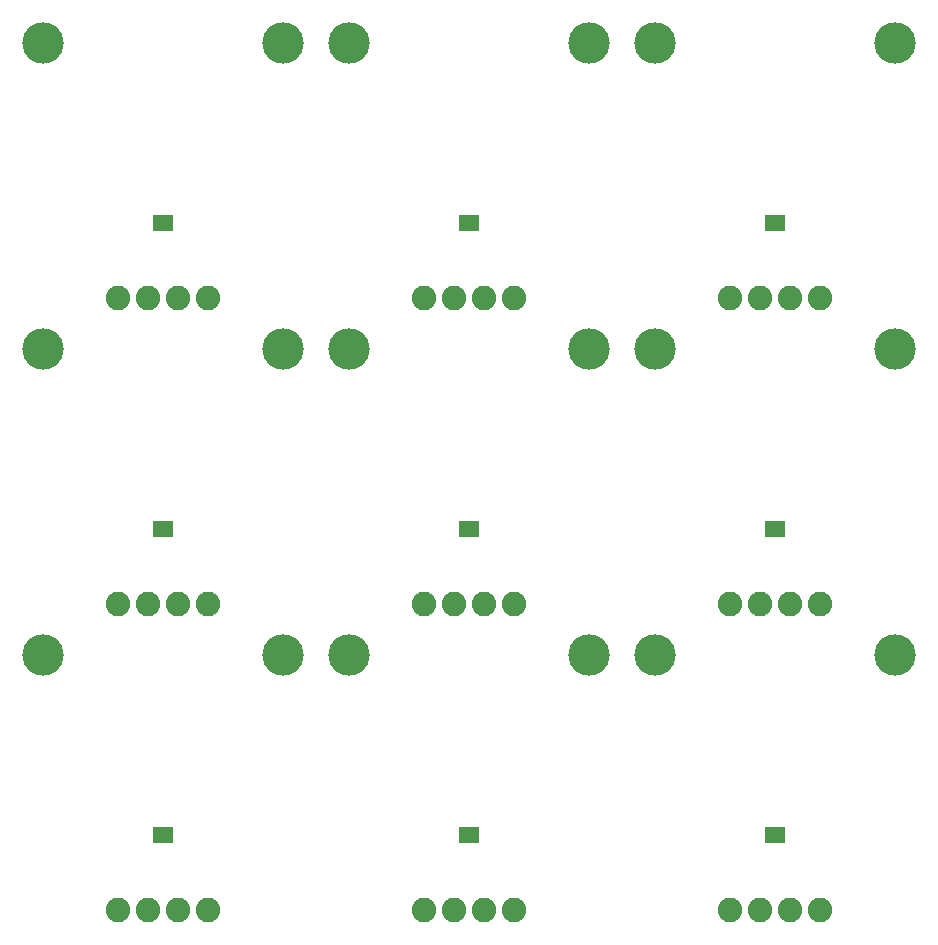
<source format=gbs>
G75*
%MOIN*%
%OFA0B0*%
%FSLAX25Y25*%
%IPPOS*%
%LPD*%
%AMOC8*
5,1,8,0,0,1.08239X$1,22.5*
%
%ADD10C,0.13800*%
%ADD11R,0.03300X0.05800*%
%ADD12C,0.08200*%
D10*
X0044000Y0139500D03*
X0124000Y0139500D03*
X0146000Y0139500D03*
X0226000Y0139500D03*
X0248000Y0139500D03*
X0328000Y0139500D03*
X0328000Y0241500D03*
X0248000Y0241500D03*
X0226000Y0241500D03*
X0146000Y0241500D03*
X0124000Y0241500D03*
X0044000Y0241500D03*
X0044000Y0343500D03*
X0124000Y0343500D03*
X0146000Y0343500D03*
X0226000Y0343500D03*
X0248000Y0343500D03*
X0328000Y0343500D03*
D11*
X0289772Y0283500D03*
X0286228Y0283500D03*
X0187772Y0283500D03*
X0184228Y0283500D03*
X0085772Y0283500D03*
X0082228Y0283500D03*
X0082228Y0181500D03*
X0085772Y0181500D03*
X0184228Y0181500D03*
X0187772Y0181500D03*
X0286228Y0181500D03*
X0289772Y0181500D03*
X0289772Y0079500D03*
X0286228Y0079500D03*
X0187772Y0079500D03*
X0184228Y0079500D03*
X0085772Y0079500D03*
X0082228Y0079500D03*
D12*
X0069000Y0054500D03*
X0079000Y0054500D03*
X0089000Y0054500D03*
X0099000Y0054500D03*
X0171000Y0054500D03*
X0181000Y0054500D03*
X0191000Y0054500D03*
X0201000Y0054500D03*
X0273000Y0054500D03*
X0283000Y0054500D03*
X0293000Y0054500D03*
X0303000Y0054500D03*
X0303000Y0156500D03*
X0293000Y0156500D03*
X0283000Y0156500D03*
X0273000Y0156500D03*
X0201000Y0156500D03*
X0191000Y0156500D03*
X0181000Y0156500D03*
X0171000Y0156500D03*
X0099000Y0156500D03*
X0089000Y0156500D03*
X0079000Y0156500D03*
X0069000Y0156500D03*
X0069000Y0258500D03*
X0079000Y0258500D03*
X0089000Y0258500D03*
X0099000Y0258500D03*
X0171000Y0258500D03*
X0181000Y0258500D03*
X0191000Y0258500D03*
X0201000Y0258500D03*
X0273000Y0258500D03*
X0283000Y0258500D03*
X0293000Y0258500D03*
X0303000Y0258500D03*
M02*

</source>
